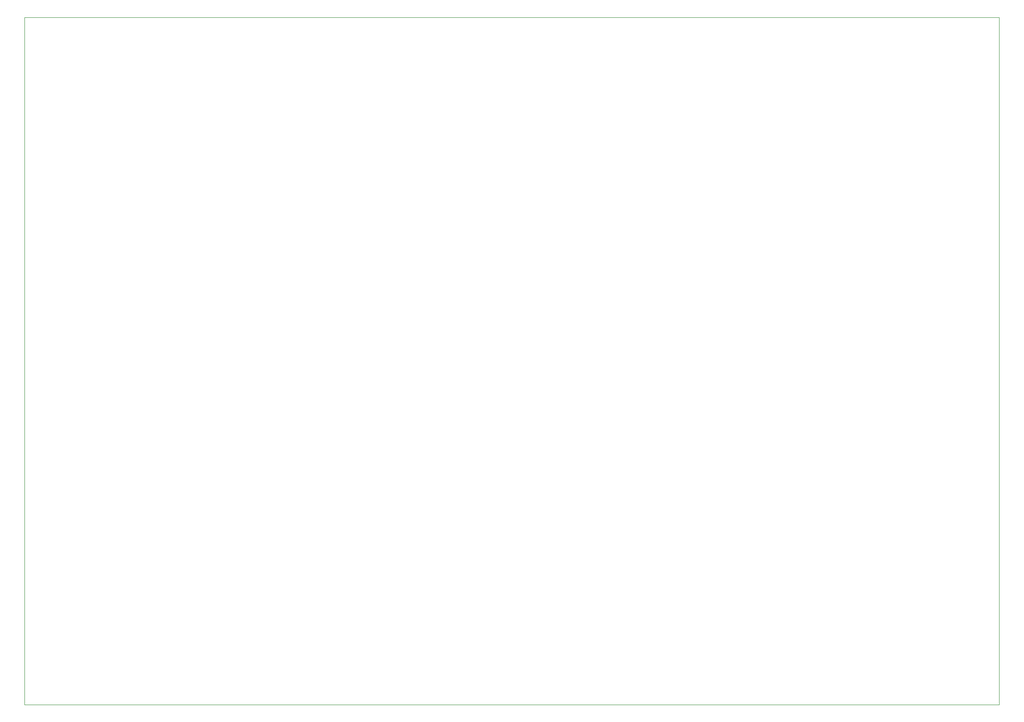
<source format=gbr>
G04 #@! TF.FileFunction,Profile,NP*
%FSLAX46Y46*%
G04 Gerber Fmt 4.6, Leading zero omitted, Abs format (unit mm)*
G04 Created by KiCad (PCBNEW 0.201503150816+5513~22~ubuntu14.04.1-product) date Thu 23 Apr 2015 07:30:57 PM EDT*
%MOMM*%
G01*
G04 APERTURE LIST*
%ADD10C,0.100000*%
G04 APERTURE END LIST*
D10*
X50800000Y-31750000D02*
X50800000Y-162560000D01*
X236220000Y-31750000D02*
X50800000Y-31750000D01*
X236220000Y-162560000D02*
X236220000Y-31750000D01*
X50800000Y-162560000D02*
X236220000Y-162560000D01*
M02*

</source>
